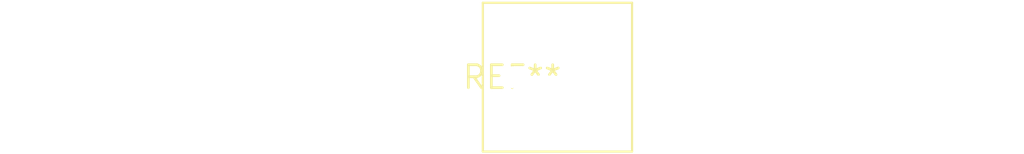
<source format=kicad_pcb>
(kicad_pcb (version 20240108) (generator pcbnew)
  (layers (0 "F.Cu" signal) (31 "B.Cu" signal) (34 "B.Paste" user) (35 "F.Paste" user) (36 "B.SilkS" user "B.Silkscreen") (37 "F.SilkS" user "F.Silkscreen") (38 "B.Mask" user) (39 "F.Mask" user) (44 "Edge.Cuts" user))
  (net 0 "")
  (footprint "L_Radial_L8.0mm_W8.0mm_P5.00mm_Neosid_NE-CPB-07E" (layer "F.Cu") (at 0 0)
    (property "Reference" "REF**")
    (property "Value" "L_Radial_L8.0mm_W8.0mm_P5.00mm_Neosid_NE-CPB-07E")
    (fp_line (start -1.62 -4.12) (end -1.62 4.12) (layer "F.SilkS") (stroke (width 0.12)))
    (fp_line (start -1.62 -4.12) (end 6.62 -4.12) (layer "F.SilkS") (stroke (width 0.12)))
    (fp_line (start -1.62 4.12) (end 6.62 4.12) (layer "F.SilkS") (stroke (width 0.12)))
    (fp_line (start 6.62 -4.12) (end 6.62 4.12) (layer "F.SilkS") (stroke (width 0.12)))
    (pad "1" thru_hole circle (at 0 0) (size 2.4 2.4) (drill 1.2) (layers *.Cu *.Mask) (remove_unused_layers))
    (pad "2" thru_hole circle (at 5 0) (size 2.4 2.4) (drill 1.2) (layers *.Cu *.Mask) (remove_unused_layers))
  )
)
</source>
